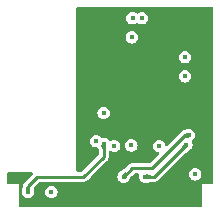
<source format=gbr>
%TF.GenerationSoftware,KiCad,Pcbnew,7.0.10*%
%TF.CreationDate,2024-04-18T15:46:53+08:00*%
%TF.ProjectId,esp32c3-vertical,65737033-3263-4332-9d76-657274696361,rev?*%
%TF.SameCoordinates,Original*%
%TF.FileFunction,Copper,L2,Inr*%
%TF.FilePolarity,Positive*%
%FSLAX46Y46*%
G04 Gerber Fmt 4.6, Leading zero omitted, Abs format (unit mm)*
G04 Created by KiCad (PCBNEW 7.0.10) date 2024-04-18 15:46:53*
%MOMM*%
%LPD*%
G01*
G04 APERTURE LIST*
%TA.AperFunction,ViaPad*%
%ADD10C,0.450000*%
%TD*%
%TA.AperFunction,ViaPad*%
%ADD11C,0.800000*%
%TD*%
%TA.AperFunction,Conductor*%
%ADD12C,0.250000*%
%TD*%
G04 APERTURE END LIST*
D10*
%TO.N,GND*%
X13650000Y12100000D03*
%TO.N,+3.3V*%
X15100000Y11100000D03*
%TO.N,GND*%
X12300000Y8000000D03*
X9500000Y12100000D03*
%TO.N,U0RX*%
X11450000Y16025000D03*
%TO.N,U0TX*%
X10650000Y16025000D03*
%TO.N,OP*%
X10600000Y14400000D03*
%TO.N,CH2*%
X3785714Y1300000D03*
%TO.N,CH1*%
X1800000Y1300000D03*
%TO.N,CH2*%
X7583353Y5605549D03*
%TO.N,CH1*%
X8200000Y5400000D03*
%TO.N,GND*%
X15400000Y4200000D03*
%TO.N,OUT1*%
X15200000Y5300000D03*
X11728570Y2600000D03*
%TO.N,OUT2*%
X9900000Y2600000D03*
X15400000Y6125000D03*
%TO.N,+3.3V*%
X8200000Y8000000D03*
X9100000Y5200000D03*
%TO.N,GND*%
X6500000Y4200000D03*
X16400000Y16100000D03*
%TO.N,Net-(U2-GPIO8)*%
X15100000Y12725000D03*
%TO.N,Net-(U2-GPIO2{slash}ADC1_CH2)*%
X10550000Y5250000D03*
%TO.N,EN*%
X12900000Y5200000D03*
D11*
%TO.N,GND*%
X13750000Y1300000D03*
D10*
%TO.N,+5V*%
X15950000Y2800000D03*
%TD*%
D12*
%TO.N,CH1*%
X6500000Y2600000D02*
X2600000Y2600000D01*
X2600000Y2600000D02*
X1800000Y1800000D01*
X8200000Y4300000D02*
X6500000Y2600000D01*
X8200000Y5400000D02*
X8200000Y4300000D01*
X1800000Y1800000D02*
X1800000Y1300000D01*
%TO.N,OUT2*%
X15125000Y6125000D02*
X15400000Y6125000D01*
X12300000Y3300000D02*
X15125000Y6125000D01*
X9900000Y2600000D02*
X10600000Y3300000D01*
X10600000Y3300000D02*
X12300000Y3300000D01*
%TO.N,OUT1*%
X12500000Y2600000D02*
X15200000Y5300000D01*
X11728570Y2600000D02*
X12500000Y2600000D01*
%TD*%
%TA.AperFunction,Conductor*%
%TO.N,GND*%
G36*
X17442539Y16979815D02*
G01*
X17488294Y16927011D01*
X17499500Y16875500D01*
X17499500Y2124500D01*
X17479815Y2057461D01*
X17427011Y2011706D01*
X17375500Y2000500D01*
X16524760Y2000500D01*
X16524554Y2000541D01*
X16499998Y2000541D01*
X16499807Y2000462D01*
X16499619Y2000385D01*
X16499615Y2000382D01*
X16499459Y2000001D01*
X16499476Y1975384D01*
X16499471Y1975384D01*
X16499500Y1975241D01*
X16499500Y124500D01*
X16479815Y57461D01*
X16427011Y11706D01*
X16375500Y500D01*
X1124500Y500D01*
X1057461Y20185D01*
X1011706Y72989D01*
X1000500Y124500D01*
X1000500Y1975241D01*
X1000528Y1975384D01*
X1000524Y1975384D01*
X1000539Y1999998D01*
X1000541Y2000000D01*
X1000462Y2000192D01*
X1000384Y2000382D01*
X1000380Y2000386D01*
X1000194Y2000462D01*
X1000002Y2000541D01*
X975446Y2000541D01*
X975240Y2000500D01*
X124500Y2000500D01*
X57461Y2020185D01*
X11706Y2072989D01*
X500Y2124500D01*
X500Y2876000D01*
X20185Y2943039D01*
X72989Y2988794D01*
X124500Y3000000D01*
X2098890Y3000000D01*
X2165929Y2980315D01*
X2211684Y2927511D01*
X2221628Y2858353D01*
X2192603Y2794797D01*
X2186571Y2788319D01*
X1546780Y2148528D01*
X1522752Y2124500D01*
X1451471Y2053220D01*
X1440510Y2031707D01*
X1430346Y2015122D01*
X1416152Y1995586D01*
X1416151Y1995583D01*
X1408688Y1972615D01*
X1401243Y1954642D01*
X1390280Y1933127D01*
X1386503Y1909278D01*
X1381962Y1890361D01*
X1374500Y1867396D01*
X1374500Y1820244D01*
X1371404Y1792709D01*
X1295710Y1460339D01*
X1289368Y1440425D01*
X1288028Y1437191D01*
X1288026Y1437183D01*
X1269965Y1300001D01*
X1269965Y1300000D01*
X1288026Y1162819D01*
X1288027Y1162814D01*
X1340974Y1034985D01*
X1340975Y1034983D01*
X1340976Y1034982D01*
X1425209Y925209D01*
X1534982Y840976D01*
X1662817Y788026D01*
X1785702Y771848D01*
X1799999Y769965D01*
X1800000Y769965D01*
X1800001Y769965D01*
X1812947Y771670D01*
X1937183Y788026D01*
X2065018Y840976D01*
X2174791Y925209D01*
X2259024Y1034982D01*
X2311974Y1162817D01*
X2330035Y1300000D01*
X3255679Y1300000D01*
X3273740Y1162819D01*
X3273741Y1162814D01*
X3326688Y1034985D01*
X3326689Y1034983D01*
X3326690Y1034982D01*
X3410923Y925209D01*
X3520696Y840976D01*
X3648531Y788026D01*
X3771416Y771848D01*
X3785713Y769965D01*
X3785714Y769965D01*
X3785715Y769965D01*
X3798661Y771670D01*
X3922897Y788026D01*
X4050732Y840976D01*
X4160505Y925209D01*
X4244738Y1034982D01*
X4297688Y1162817D01*
X4315749Y1300000D01*
X4297688Y1437183D01*
X4244738Y1565017D01*
X4160505Y1674791D01*
X4160503Y1674792D01*
X4160503Y1674793D01*
X4050729Y1759026D01*
X3922900Y1811973D01*
X3922898Y1811974D01*
X3922897Y1811974D01*
X3831441Y1824015D01*
X3785715Y1830035D01*
X3785713Y1830035D01*
X3717122Y1821005D01*
X3648531Y1811974D01*
X3648530Y1811974D01*
X3648527Y1811973D01*
X3520699Y1759026D01*
X3410923Y1674791D01*
X3326688Y1565015D01*
X3273741Y1437187D01*
X3273740Y1437182D01*
X3255679Y1300001D01*
X3255679Y1300000D01*
X2330035Y1300000D01*
X2311974Y1437183D01*
X2310631Y1440425D01*
X2304286Y1460348D01*
X2303562Y1463528D01*
X2303562Y1463530D01*
X2274570Y1590833D01*
X2278877Y1660568D01*
X2307791Y1706044D01*
X2739929Y2138181D01*
X2801252Y2171666D01*
X2827610Y2174500D01*
X6567392Y2174500D01*
X6567393Y2174500D01*
X6590360Y2181964D01*
X6609276Y2186505D01*
X6633126Y2190281D01*
X6654636Y2201243D01*
X6672614Y2208690D01*
X6695581Y2216151D01*
X6715118Y2230347D01*
X6731706Y2240512D01*
X6753220Y2251472D01*
X6848528Y2346780D01*
X6848528Y2346781D01*
X7101747Y2600000D01*
X9369965Y2600000D01*
X9388026Y2462819D01*
X9388027Y2462814D01*
X9440974Y2334985D01*
X9440975Y2334983D01*
X9440976Y2334982D01*
X9525209Y2225209D01*
X9634982Y2140976D01*
X9762817Y2088026D01*
X9885702Y2071848D01*
X9899999Y2069965D01*
X9900000Y2069965D01*
X9900001Y2069965D01*
X9912947Y2071670D01*
X10037183Y2088026D01*
X10165018Y2140976D01*
X10274791Y2225209D01*
X10359024Y2334982D01*
X10360371Y2338236D01*
X10369971Y2356809D01*
X10371697Y2359555D01*
X10371704Y2359561D01*
X10551460Y2645337D01*
X10568738Y2666991D01*
X10739929Y2838181D01*
X10801252Y2871666D01*
X10827610Y2874500D01*
X11093279Y2874500D01*
X11160318Y2854815D01*
X11206073Y2802011D01*
X11216218Y2734314D01*
X11198535Y2600001D01*
X11198535Y2600000D01*
X11216596Y2462819D01*
X11216597Y2462814D01*
X11269544Y2334985D01*
X11269545Y2334983D01*
X11269546Y2334982D01*
X11353779Y2225209D01*
X11463552Y2140976D01*
X11591387Y2088026D01*
X11714272Y2071848D01*
X11728569Y2069965D01*
X11728570Y2069965D01*
X11728571Y2069965D01*
X11762865Y2074481D01*
X11865753Y2088026D01*
X11868992Y2089369D01*
X11888916Y2095714D01*
X11892094Y2096438D01*
X11892099Y2096438D01*
X12221274Y2171404D01*
X12248808Y2174500D01*
X12567392Y2174500D01*
X12567393Y2174500D01*
X12590360Y2181964D01*
X12609276Y2186505D01*
X12633126Y2190281D01*
X12654636Y2201243D01*
X12672614Y2208690D01*
X12695581Y2216151D01*
X12715118Y2230347D01*
X12731706Y2240512D01*
X12753220Y2251472D01*
X12848528Y2346780D01*
X13301748Y2800000D01*
X15419965Y2800000D01*
X15437476Y2666991D01*
X15438026Y2662819D01*
X15438027Y2662814D01*
X15490974Y2534985D01*
X15490975Y2534983D01*
X15490976Y2534982D01*
X15575209Y2425209D01*
X15684982Y2340976D01*
X15812817Y2288026D01*
X15935702Y2271848D01*
X15949999Y2269965D01*
X15950000Y2269965D01*
X15950001Y2269965D01*
X15962947Y2271670D01*
X16087183Y2288026D01*
X16215018Y2340976D01*
X16324791Y2425209D01*
X16409024Y2534982D01*
X16461974Y2662817D01*
X16480035Y2800000D01*
X16461974Y2937183D01*
X16417239Y3045185D01*
X16409025Y3065015D01*
X16409024Y3065016D01*
X16409024Y3065017D01*
X16324791Y3174791D01*
X16324789Y3174792D01*
X16324789Y3174793D01*
X16215015Y3259026D01*
X16087186Y3311973D01*
X16087184Y3311974D01*
X16087183Y3311974D01*
X15995727Y3324015D01*
X15950001Y3330035D01*
X15949999Y3330035D01*
X15881408Y3321005D01*
X15812817Y3311974D01*
X15812816Y3311974D01*
X15812813Y3311973D01*
X15684985Y3259026D01*
X15575209Y3174791D01*
X15490974Y3065015D01*
X15438027Y2937187D01*
X15438026Y2937184D01*
X15438026Y2937183D01*
X15419965Y2800000D01*
X13301748Y2800000D01*
X15133012Y4631266D01*
X15154663Y4648540D01*
X15381550Y4791255D01*
X15443196Y4830030D01*
X15461767Y4839630D01*
X15465018Y4840976D01*
X15574791Y4925209D01*
X15659024Y5034982D01*
X15711974Y5162817D01*
X15730035Y5300000D01*
X15711974Y5437183D01*
X15665147Y5550233D01*
X15657679Y5619701D01*
X15688954Y5682180D01*
X15704219Y5696057D01*
X15774791Y5750209D01*
X15859024Y5859982D01*
X15911974Y5987817D01*
X15930035Y6125000D01*
X15911974Y6262183D01*
X15859024Y6390017D01*
X15774791Y6499791D01*
X15774789Y6499792D01*
X15774789Y6499793D01*
X15679717Y6572745D01*
X15665018Y6584024D01*
X15665017Y6584025D01*
X15665015Y6584026D01*
X15537186Y6636973D01*
X15537184Y6636974D01*
X15537183Y6636974D01*
X15445727Y6649015D01*
X15400001Y6655035D01*
X15399999Y6655035D01*
X15331408Y6646005D01*
X15262817Y6636974D01*
X15262816Y6636974D01*
X15262813Y6636973D01*
X15134987Y6584026D01*
X15134978Y6584021D01*
X15125665Y6576875D01*
X15114545Y6569266D01*
X15113300Y6568510D01*
X15066698Y6555470D01*
X15067244Y6552026D01*
X15057604Y6550500D01*
X15034639Y6543038D01*
X15015722Y6538497D01*
X14991873Y6534720D01*
X14970358Y6523757D01*
X14952386Y6516312D01*
X14929418Y6508849D01*
X14929416Y6508848D01*
X14909884Y6494657D01*
X14893299Y6484494D01*
X14871782Y6473531D01*
X14847804Y6449552D01*
X14847803Y6449553D01*
X14730756Y6332507D01*
X14726420Y6328375D01*
X14702458Y6306625D01*
X14697303Y6300573D01*
X14697082Y6300761D01*
X14688795Y6290545D01*
X13627403Y5229153D01*
X13566080Y5195668D01*
X13496388Y5200652D01*
X13440455Y5242524D01*
X13416783Y5300649D01*
X13411974Y5337183D01*
X13359024Y5465017D01*
X13274791Y5574791D01*
X13274789Y5574792D01*
X13274789Y5574793D01*
X13165015Y5659026D01*
X13037186Y5711973D01*
X13037184Y5711974D01*
X13037183Y5711974D01*
X12945727Y5724015D01*
X12900001Y5730035D01*
X12899999Y5730035D01*
X12831408Y5721005D01*
X12762817Y5711974D01*
X12762816Y5711974D01*
X12762813Y5711973D01*
X12634985Y5659026D01*
X12525209Y5574791D01*
X12440974Y5465015D01*
X12388027Y5337187D01*
X12388026Y5337184D01*
X12388026Y5337183D01*
X12369965Y5200000D01*
X12386354Y5075514D01*
X12388026Y5062819D01*
X12388027Y5062814D01*
X12440974Y4934985D01*
X12440975Y4934983D01*
X12440976Y4934982D01*
X12525209Y4825209D01*
X12634982Y4740976D01*
X12634983Y4740976D01*
X12634984Y4740975D01*
X12642104Y4738026D01*
X12762817Y4688026D01*
X12799351Y4683217D01*
X12863246Y4654952D01*
X12901718Y4596628D01*
X12902551Y4526763D01*
X12870847Y4472597D01*
X12160071Y3761819D01*
X12098748Y3728334D01*
X12072390Y3725500D01*
X10532604Y3725500D01*
X10509639Y3718038D01*
X10490722Y3713497D01*
X10466873Y3709720D01*
X10445358Y3698757D01*
X10427386Y3691312D01*
X10404418Y3683849D01*
X10404416Y3683848D01*
X10384884Y3669657D01*
X10368299Y3659494D01*
X10346782Y3648531D01*
X10346780Y3648529D01*
X10322805Y3624553D01*
X9966999Y3268749D01*
X9945341Y3251468D01*
X9656792Y3069965D01*
X9638227Y3060368D01*
X9634985Y3059026D01*
X9525209Y2974791D01*
X9440974Y2865015D01*
X9388027Y2737187D01*
X9388026Y2737182D01*
X9369965Y2600001D01*
X9369965Y2600000D01*
X7101747Y2600000D01*
X8435778Y3934033D01*
X8435781Y3934034D01*
X8453219Y3951472D01*
X8453220Y3951472D01*
X8548528Y4046780D01*
X8559493Y4068302D01*
X8569658Y4084888D01*
X8583849Y4104419D01*
X8591310Y4127386D01*
X8598759Y4145366D01*
X8609718Y4166872D01*
X8609718Y4166873D01*
X8609719Y4166874D01*
X8613495Y4190724D01*
X8618036Y4209640D01*
X8625500Y4232607D01*
X8625500Y4367393D01*
X8625500Y4650271D01*
X8645185Y4717310D01*
X8697989Y4763065D01*
X8767147Y4773009D01*
X8824987Y4748645D01*
X8834982Y4740976D01*
X8962817Y4688026D01*
X9085702Y4671848D01*
X9099999Y4669965D01*
X9100000Y4669965D01*
X9100001Y4669965D01*
X9112947Y4671670D01*
X9237183Y4688026D01*
X9365018Y4740976D01*
X9474791Y4825209D01*
X9559024Y4934982D01*
X9611974Y5062817D01*
X9630035Y5200000D01*
X9623452Y5250000D01*
X10019965Y5250000D01*
X10038026Y5112819D01*
X10038027Y5112814D01*
X10090974Y4984985D01*
X10090975Y4984983D01*
X10090976Y4984982D01*
X10175209Y4875209D01*
X10284982Y4790976D01*
X10412817Y4738026D01*
X10528915Y4722741D01*
X10549999Y4719965D01*
X10550000Y4719965D01*
X10550001Y4719965D01*
X10571085Y4722741D01*
X10687183Y4738026D01*
X10815018Y4790976D01*
X10924791Y4875209D01*
X11009024Y4984982D01*
X11061974Y5112817D01*
X11080035Y5250000D01*
X11061974Y5387183D01*
X11009024Y5515017D01*
X10924791Y5624791D01*
X10924789Y5624792D01*
X10924789Y5624793D01*
X10815015Y5709026D01*
X10687186Y5761973D01*
X10687184Y5761974D01*
X10687183Y5761974D01*
X10589831Y5774791D01*
X10550001Y5780035D01*
X10549999Y5780035D01*
X10510169Y5774791D01*
X10412817Y5761974D01*
X10412816Y5761974D01*
X10412813Y5761973D01*
X10284985Y5709026D01*
X10175209Y5624791D01*
X10090974Y5515015D01*
X10038027Y5387187D01*
X10038026Y5387182D01*
X10019965Y5250001D01*
X10019965Y5250000D01*
X9623452Y5250000D01*
X9611974Y5337183D01*
X9559024Y5465017D01*
X9474791Y5574791D01*
X9474789Y5574792D01*
X9474789Y5574793D01*
X9365015Y5659026D01*
X9237186Y5711973D01*
X9237184Y5711974D01*
X9237183Y5711974D01*
X9145727Y5724015D01*
X9100001Y5730035D01*
X9099999Y5730035D01*
X9031408Y5721005D01*
X8962817Y5711974D01*
X8962816Y5711974D01*
X8962813Y5711973D01*
X8834984Y5659026D01*
X8834984Y5659025D01*
X8825499Y5651747D01*
X8760328Y5626556D01*
X8691884Y5640597D01*
X8651641Y5674639D01*
X8574791Y5774791D01*
X8465015Y5859026D01*
X8337186Y5911973D01*
X8337184Y5911974D01*
X8337183Y5911974D01*
X8231848Y5925842D01*
X8200001Y5930035D01*
X8199998Y5930035D01*
X8086372Y5915076D01*
X8017337Y5925842D01*
X7971812Y5962528D01*
X7958144Y5980340D01*
X7848368Y6064575D01*
X7720539Y6117522D01*
X7720537Y6117523D01*
X7720536Y6117523D01*
X7629080Y6129564D01*
X7583354Y6135584D01*
X7583352Y6135584D01*
X7514761Y6126554D01*
X7446170Y6117523D01*
X7446169Y6117523D01*
X7446166Y6117522D01*
X7318338Y6064575D01*
X7208562Y5980340D01*
X7124327Y5870564D01*
X7071380Y5742736D01*
X7071379Y5742731D01*
X7055852Y5624793D01*
X7053318Y5605549D01*
X7065237Y5515015D01*
X7071379Y5468368D01*
X7071380Y5468363D01*
X7124327Y5340534D01*
X7124328Y5340532D01*
X7124329Y5340531D01*
X7208562Y5230758D01*
X7318335Y5146525D01*
X7446170Y5093575D01*
X7583353Y5075514D01*
X7616730Y5079909D01*
X7685762Y5069145D01*
X7738019Y5022766D01*
X7753819Y4984506D01*
X7771404Y4907294D01*
X7774500Y4879758D01*
X7774500Y4527610D01*
X7754815Y4460571D01*
X7738181Y4439929D01*
X6360071Y3061819D01*
X6298748Y3028334D01*
X6272390Y3025500D01*
X6024000Y3025500D01*
X5956961Y3045185D01*
X5911206Y3097989D01*
X5900000Y3149500D01*
X5900000Y8000000D01*
X7669965Y8000000D01*
X7688026Y7862819D01*
X7688027Y7862814D01*
X7740974Y7734985D01*
X7740975Y7734983D01*
X7740976Y7734982D01*
X7825209Y7625209D01*
X7934982Y7540976D01*
X8062817Y7488026D01*
X8185702Y7471848D01*
X8199999Y7469965D01*
X8200000Y7469965D01*
X8200001Y7469965D01*
X8212947Y7471670D01*
X8337183Y7488026D01*
X8465018Y7540976D01*
X8574791Y7625209D01*
X8659024Y7734982D01*
X8711974Y7862817D01*
X8730035Y8000000D01*
X8711974Y8137183D01*
X8659024Y8265017D01*
X8574791Y8374791D01*
X8574789Y8374792D01*
X8574789Y8374793D01*
X8465015Y8459026D01*
X8337186Y8511973D01*
X8337184Y8511974D01*
X8337183Y8511974D01*
X8245727Y8524015D01*
X8200001Y8530035D01*
X8199999Y8530035D01*
X8131408Y8521005D01*
X8062817Y8511974D01*
X8062816Y8511974D01*
X8062813Y8511973D01*
X7934985Y8459026D01*
X7825209Y8374791D01*
X7740974Y8265015D01*
X7688027Y8137187D01*
X7688026Y8137182D01*
X7669965Y8000001D01*
X7669965Y8000000D01*
X5900000Y8000000D01*
X5900000Y11100000D01*
X14569965Y11100000D01*
X14588026Y10962819D01*
X14588027Y10962814D01*
X14640974Y10834985D01*
X14640975Y10834983D01*
X14640976Y10834982D01*
X14725209Y10725209D01*
X14834982Y10640976D01*
X14962817Y10588026D01*
X15085702Y10571848D01*
X15099999Y10569965D01*
X15100000Y10569965D01*
X15100001Y10569965D01*
X15112947Y10571670D01*
X15237183Y10588026D01*
X15365018Y10640976D01*
X15474791Y10725209D01*
X15559024Y10834982D01*
X15611974Y10962817D01*
X15630035Y11100000D01*
X15611974Y11237183D01*
X15559024Y11365017D01*
X15474791Y11474791D01*
X15474789Y11474792D01*
X15474789Y11474793D01*
X15365015Y11559026D01*
X15237186Y11611973D01*
X15237184Y11611974D01*
X15237183Y11611974D01*
X15145727Y11624015D01*
X15100001Y11630035D01*
X15099999Y11630035D01*
X15031408Y11621005D01*
X14962817Y11611974D01*
X14962816Y11611974D01*
X14962813Y11611973D01*
X14834985Y11559026D01*
X14725209Y11474791D01*
X14640974Y11365015D01*
X14588027Y11237187D01*
X14588026Y11237182D01*
X14569965Y11100001D01*
X14569965Y11100000D01*
X5900000Y11100000D01*
X5900000Y12725000D01*
X14569965Y12725000D01*
X14588026Y12587819D01*
X14588027Y12587814D01*
X14640974Y12459985D01*
X14640975Y12459983D01*
X14640976Y12459982D01*
X14725209Y12350209D01*
X14834982Y12265976D01*
X14962817Y12213026D01*
X15085702Y12196848D01*
X15099999Y12194965D01*
X15100000Y12194965D01*
X15100001Y12194965D01*
X15112947Y12196670D01*
X15237183Y12213026D01*
X15365018Y12265976D01*
X15474791Y12350209D01*
X15559024Y12459982D01*
X15611974Y12587817D01*
X15630035Y12725000D01*
X15611974Y12862183D01*
X15559024Y12990017D01*
X15474791Y13099791D01*
X15474789Y13099792D01*
X15474789Y13099793D01*
X15365015Y13184026D01*
X15237186Y13236973D01*
X15237184Y13236974D01*
X15237183Y13236974D01*
X15145727Y13249015D01*
X15100001Y13255035D01*
X15099999Y13255035D01*
X15031408Y13246005D01*
X14962817Y13236974D01*
X14962816Y13236974D01*
X14962813Y13236973D01*
X14834985Y13184026D01*
X14725209Y13099791D01*
X14640974Y12990015D01*
X14588027Y12862187D01*
X14588026Y12862182D01*
X14569965Y12725001D01*
X14569965Y12725000D01*
X5900000Y12725000D01*
X5900000Y14400000D01*
X10069965Y14400000D01*
X10088026Y14262819D01*
X10088027Y14262814D01*
X10140974Y14134985D01*
X10140975Y14134983D01*
X10140976Y14134982D01*
X10225209Y14025209D01*
X10334982Y13940976D01*
X10462817Y13888026D01*
X10585702Y13871848D01*
X10599999Y13869965D01*
X10600000Y13869965D01*
X10600001Y13869965D01*
X10612947Y13871670D01*
X10737183Y13888026D01*
X10865018Y13940976D01*
X10974791Y14025209D01*
X11059024Y14134982D01*
X11111974Y14262817D01*
X11130035Y14400000D01*
X11111974Y14537183D01*
X11059024Y14665017D01*
X10974791Y14774791D01*
X10974789Y14774792D01*
X10974789Y14774793D01*
X10865015Y14859026D01*
X10737186Y14911973D01*
X10737184Y14911974D01*
X10737183Y14911974D01*
X10645727Y14924015D01*
X10600001Y14930035D01*
X10599999Y14930035D01*
X10531408Y14921005D01*
X10462817Y14911974D01*
X10462816Y14911974D01*
X10462813Y14911973D01*
X10334985Y14859026D01*
X10225209Y14774791D01*
X10140974Y14665015D01*
X10088027Y14537187D01*
X10088026Y14537182D01*
X10069965Y14400001D01*
X10069965Y14400000D01*
X5900000Y14400000D01*
X5900000Y16025000D01*
X10119965Y16025000D01*
X10138026Y15887819D01*
X10138027Y15887814D01*
X10190974Y15759985D01*
X10190975Y15759983D01*
X10190976Y15759982D01*
X10275209Y15650209D01*
X10384982Y15565976D01*
X10512817Y15513026D01*
X10635702Y15496848D01*
X10649999Y15494965D01*
X10650000Y15494965D01*
X10650001Y15494965D01*
X10662947Y15496670D01*
X10787183Y15513026D01*
X10915018Y15565976D01*
X10974514Y15611631D01*
X11039681Y15636824D01*
X11108126Y15622786D01*
X11125480Y15611635D01*
X11184982Y15565976D01*
X11312817Y15513026D01*
X11435702Y15496848D01*
X11449999Y15494965D01*
X11450000Y15494965D01*
X11450001Y15494965D01*
X11462947Y15496670D01*
X11587183Y15513026D01*
X11715018Y15565976D01*
X11824791Y15650209D01*
X11909024Y15759982D01*
X11961974Y15887817D01*
X11980035Y16025000D01*
X11961974Y16162183D01*
X11909024Y16290017D01*
X11824791Y16399791D01*
X11824789Y16399792D01*
X11824789Y16399793D01*
X11715015Y16484026D01*
X11587186Y16536973D01*
X11587184Y16536974D01*
X11587183Y16536974D01*
X11495727Y16549015D01*
X11450001Y16555035D01*
X11449999Y16555035D01*
X11381408Y16546005D01*
X11312817Y16536974D01*
X11312816Y16536974D01*
X11312813Y16536973D01*
X11184984Y16484026D01*
X11184982Y16484024D01*
X11125486Y16438371D01*
X11060317Y16413177D01*
X10991872Y16427216D01*
X10974513Y16438371D01*
X10915015Y16484026D01*
X10787186Y16536973D01*
X10787184Y16536974D01*
X10787183Y16536974D01*
X10695727Y16549015D01*
X10650001Y16555035D01*
X10649999Y16555035D01*
X10581408Y16546005D01*
X10512817Y16536974D01*
X10512816Y16536974D01*
X10512813Y16536973D01*
X10384985Y16484026D01*
X10275209Y16399791D01*
X10190974Y16290015D01*
X10138027Y16162187D01*
X10138026Y16162182D01*
X10119965Y16025001D01*
X10119965Y16025000D01*
X5900000Y16025000D01*
X5900000Y16875500D01*
X5919685Y16942539D01*
X5972489Y16988294D01*
X6024000Y16999500D01*
X17375500Y16999500D01*
X17442539Y16979815D01*
G37*
%TD.AperFunction*%
%TD*%
%TA.AperFunction,Conductor*%
%TO.N,CH1*%
G36*
X8398803Y5317697D02*
G01*
X8405109Y5311339D01*
X8405689Y5304308D01*
X8327073Y4959102D01*
X8321895Y4951796D01*
X8315665Y4950000D01*
X8084335Y4950000D01*
X8076062Y4953427D01*
X8072927Y4959102D01*
X7994310Y5304310D01*
X7995814Y5313136D01*
X8001193Y5317696D01*
X8195480Y5399107D01*
X8204431Y5399143D01*
X8398803Y5317697D01*
G37*
%TD.AperFunction*%
%TD*%
%TA.AperFunction,Conductor*%
%TO.N,CH1*%
G36*
X1923938Y1746573D02*
G01*
X1927073Y1740898D01*
X2005689Y1395693D01*
X2004185Y1386865D01*
X1998803Y1382304D01*
X1804522Y1300895D01*
X1795567Y1300858D01*
X1795478Y1300895D01*
X1601196Y1382304D01*
X1594890Y1388662D01*
X1594310Y1395691D01*
X1672927Y1740899D01*
X1678105Y1748204D01*
X1684335Y1750000D01*
X1915665Y1750000D01*
X1923938Y1746573D01*
G37*
%TD.AperFunction*%
%TD*%
%TA.AperFunction,Conductor*%
%TO.N,OUT2*%
G36*
X15318356Y6321895D02*
G01*
X15319143Y6320350D01*
X15399790Y6127894D01*
X15400699Y6123335D01*
X15400038Y5912157D01*
X15396585Y5903895D01*
X15388301Y5900494D01*
X15387853Y5900504D01*
X15094205Y5912679D01*
X15086417Y5916096D01*
X14923411Y6079102D01*
X14919984Y6087375D01*
X14923411Y6095648D01*
X14925608Y6097373D01*
X15302287Y6325833D01*
X15311135Y6327192D01*
X15318356Y6321895D01*
G37*
%TD.AperFunction*%
%TD*%
%TA.AperFunction,Conductor*%
%TO.N,OUT2*%
G36*
X10136410Y2999985D02*
G01*
X10299984Y2836411D01*
X10303411Y2828138D01*
X10301615Y2821908D01*
X10113108Y2522221D01*
X10105802Y2517043D01*
X10098771Y2517623D01*
X9903830Y2597436D01*
X9897472Y2603742D01*
X9897435Y2603831D01*
X9817622Y2798772D01*
X9817659Y2807727D01*
X9822220Y2813109D01*
X9848770Y2829809D01*
X10121907Y3001617D01*
X10130735Y3003120D01*
X10136410Y2999985D01*
G37*
%TD.AperFunction*%
%TD*%
%TA.AperFunction,Conductor*%
%TO.N,OUT1*%
G36*
X15001228Y5382378D02*
G01*
X15196169Y5302565D01*
X15202527Y5296259D01*
X15202564Y5296170D01*
X15282377Y5101229D01*
X15282340Y5092274D01*
X15277779Y5086892D01*
X14978092Y4898385D01*
X14969264Y4896881D01*
X14963589Y4900016D01*
X14800015Y5063590D01*
X14796588Y5071863D01*
X14798384Y5078093D01*
X14986891Y5377780D01*
X14994197Y5382958D01*
X15001228Y5382378D01*
G37*
%TD.AperFunction*%
%TD*%
%TA.AperFunction,Conductor*%
%TO.N,OUT1*%
G36*
X12169468Y2727073D02*
G01*
X12176774Y2721895D01*
X12178570Y2715665D01*
X12178570Y2484336D01*
X12175143Y2476063D01*
X12169468Y2472928D01*
X11824262Y2394311D01*
X11815434Y2395815D01*
X11810873Y2401197D01*
X11779948Y2475000D01*
X11729463Y2595481D01*
X11729427Y2604432D01*
X11810874Y2798806D01*
X11817231Y2805110D01*
X11824260Y2805690D01*
X12169468Y2727073D01*
G37*
%TD.AperFunction*%
%TD*%
M02*

</source>
